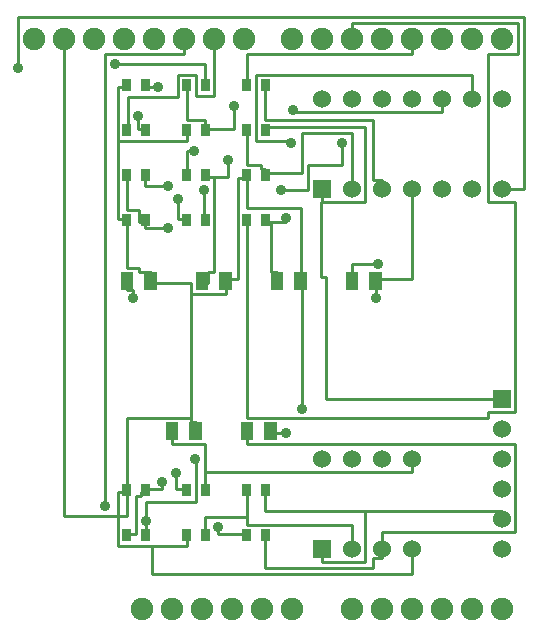
<source format=gbr>
G04 start of page 2 for group 0 idx 0 *
G04 Title: (unknown), layer1 *
G04 Creator: pcb 20091103 *
G04 CreationDate: Sat 12 Mar 2011 05:24:31 PM GMT UTC *
G04 For: jlamothe *
G04 Format: Gerber/RS-274X *
G04 PCB-Dimensions: 180000 210000 *
G04 PCB-Coordinate-Origin: lower left *
%MOIN*%
%FSLAX25Y25*%
%LNFRONT*%
%ADD11C,0.0100*%
%ADD12C,0.0200*%
%ADD13C,0.0600*%
%ADD14C,0.0750*%
%ADD15C,0.0360*%
%ADD16R,0.0430X0.0430*%
%ADD17R,0.0300X0.0300*%
%ADD18C,0.0380*%
%ADD19C,0.0300*%
%ADD20C,0.0280*%
G54D11*X92851Y68400D02*X87900D01*
X61349Y94362D02*Y73650D01*
X80000Y68400D02*Y64748D01*
X95100Y73651D02*X80000D01*
X95099D02*Y73397D01*
X40001Y40898D02*X19000D01*
X48500Y31000D02*Y21497D01*
X43100Y35000D02*X40000D01*
X46401D02*X46100D01*
X40000Y49000D02*Y40897D01*
X40001Y49000D02*X36999D01*
X40000Y73651D02*Y48999D01*
X51701Y50000D02*X46100D01*
X51700Y52046D02*Y49999D01*
X36999Y49000D02*Y30999D01*
X43099Y47500D02*Y34999D01*
X44601Y47500D02*X43099D01*
X44600Y49000D02*Y47499D01*
X46101Y49000D02*X44600D01*
X46400Y39300D02*Y34999D01*
X61350Y73651D02*X40000D01*
X66101Y57375D02*Y55499D01*
X46400Y45499D02*Y39299D01*
X63001Y45499D02*X46400D01*
X135001Y21498D02*X48500D01*
X60001Y31000D02*X36999D01*
X60000Y34000D02*Y30999D01*
X86100Y34000D02*Y23498D01*
X105000Y30000D02*Y25499D01*
X115001Y38001D02*X80000D01*
X122000Y23499D02*X86100D01*
X121999Y27002D02*Y23498D01*
X125001Y27002D02*X121999D01*
X125000Y30000D02*Y27001D01*
X119501Y25500D02*X105000D01*
X135001Y55500D02*X66101D01*
X169501Y64749D02*X80000D01*
X135000Y60000D02*Y55499D01*
Y30000D02*Y21497D01*
X115000Y38001D02*Y29999D01*
X125000Y35500D02*Y29999D01*
X125551Y42602D02*X119500D01*
Y25499D01*
X86100Y49000D02*Y42601D01*
X169501Y35500D02*X125000D01*
X165001Y42602D02*X86100D01*
X165000D02*Y39999D01*
X169500Y64749D02*Y35499D01*
X160500Y73398D02*X95099D01*
X160499Y75500D02*Y73397D01*
X169501Y75500D02*X160499D01*
X165001Y80000D02*X106398D01*
X66102Y50000D02*X66100D01*
X66101Y64750D02*Y49999D01*
X60001Y50000D02*X56301D01*
Y55346D02*Y49999D01*
X63000Y59947D02*Y45498D01*
X80000Y44800D02*Y38000D01*
Y49000D02*Y40600D01*
X80001Y40601D02*X66100D01*
Y33999D01*
X80001Y35000D02*X70400D01*
Y37300D02*Y34999D01*
X66102Y64750D02*X55000D01*
Y68400D02*Y64749D01*
X63001Y59947D02*X62801D01*
X135001Y120000D02*X122900D01*
X135000Y150000D02*Y119999D01*
X169500Y145500D02*Y75499D01*
X169501Y145500D02*X160499D01*
X98401Y118400D02*X97900D01*
X98400D02*Y76697D01*
X97900Y143499D02*Y118399D01*
X80000Y139000D02*Y73650D01*
X100500Y149700D02*X91300D01*
X112251Y145500D02*X104748D01*
X122900Y118400D02*Y113449D01*
X123801Y124950D02*X115000D01*
Y118399D01*
X104748Y145500D02*Y120400D01*
X106399Y120401D02*X104748D01*
X119501Y145500D02*X105000D01*
X106398Y120401D02*Y79999D01*
X105000Y150000D02*Y145499D01*
X19000Y200000D02*Y40897D01*
X32697Y194750D02*Y44198D01*
X36999Y166000D02*Y161999D01*
X40001Y140000D02*X36999D01*
Y184000D02*Y139999D01*
X40001Y184000D02*X36999D01*
X40000Y139000D02*Y123650D01*
Y154000D02*Y143000D01*
X60001Y166000D02*X36999D01*
X46100Y139000D02*Y136896D01*
X53703Y136897D02*X46100D01*
X46101Y139000D02*X44099D01*
X60001Y140000D02*X57003D01*
Y146398D02*Y139999D01*
X53703Y150999D02*X46100D01*
X44100Y143001D02*X40000D01*
X44099D02*Y138999D01*
X46100Y154000D02*Y150998D01*
X57000Y180699D02*X40497D01*
X60000Y162699D02*Y154999D01*
Y169000D02*Y165999D01*
X61349Y116575D02*Y72148D01*
X62901Y72149D02*X61349D01*
X62900D02*Y68399D01*
X61349Y118400D02*Y114749D01*
X62502Y162699D02*X60000D01*
X61350Y118400D02*X47900D01*
Y122151D02*Y118399D01*
X44100Y123651D02*X40000D01*
X44099D02*Y122150D01*
X47901Y122151D02*X44099D01*
X42150Y116252D02*Y113449D01*
X42151Y116252D02*X40000D01*
Y118400D02*Y116251D01*
X46101Y170000D02*X43798D01*
Y174300D02*Y169999D01*
X60000Y184000D02*Y173000D01*
X40498Y170000D02*X40000D01*
X40497Y180699D02*Y169999D01*
X50401Y184000D02*X46100D01*
X59001Y194750D02*X32697D01*
X59000Y200000D02*Y194749D01*
X66101Y191448D02*X35998D01*
X3749Y207252D02*Y190147D01*
X56999Y188001D02*Y180698D01*
X63100Y188001D02*X56999D01*
X63099D02*Y180999D01*
X94601Y166000D02*Y165198D01*
X115002Y168500D02*X98498D01*
X94602Y166000D02*X83099D01*
Y188001D02*Y165999D01*
X75700Y177699D02*Y169999D01*
X86100Y184000D02*Y173000D01*
Y170501D02*Y169999D01*
X155001Y188001D02*X83099D01*
X155000D02*Y179999D01*
X69101Y181000D02*X63099D01*
X135001Y194750D02*X80000D01*
X66100Y191448D02*Y184999D01*
X172252Y207252D02*X3749D01*
X95198Y176301D02*Y175499D01*
X145001Y175500D02*X95198D01*
X122000Y173001D02*X86100D01*
X119501Y170501D02*X86100D01*
X80000Y154000D02*Y143498D01*
X97901Y143499D02*X80000D01*
X92951Y139000D02*X86975D01*
X92950Y140198D02*Y138999D01*
X87850Y139000D02*X86100D01*
X98499Y155250D02*X86100D01*
X77000Y120000D02*X72900D01*
X72901Y114750D02*X61349D01*
X72900Y118400D02*Y114749D01*
X67150Y118400D02*X65000D01*
X69103Y154000D02*Y122150D01*
X66101Y140000D02*X65802D01*
Y149700D02*Y139999D01*
X69104Y122151D02*X67149D01*
Y118399D01*
X76999Y153501D02*Y119999D01*
X87849Y139000D02*Y122148D01*
X90001Y122149D02*X87849D01*
X90000D02*Y118399D01*
X80001Y153501D02*X76999D01*
X80000Y154000D02*Y153500D01*
X73700Y154000D02*X67602D01*
X73699Y159398D02*Y153999D01*
X69104Y154000D02*X66100D01*
X69100Y196252D02*Y180999D01*
X69101Y196252D02*X69000D01*
Y200000D02*Y196251D01*
X80000Y194750D02*Y184999D01*
X75701Y170000D02*X66100D01*
X66101Y173001D02*X60000D01*
X66100D02*Y168999D01*
X98498Y168500D02*Y155249D01*
X100499Y157897D02*Y149699D01*
X115001Y168500D02*Y152999D01*
X121999Y173001D02*Y152999D01*
X111700Y165199D02*Y157896D01*
X115002Y153000D02*X115000D01*
Y149999D01*
X125001Y153000D02*X121999D01*
X125000D02*Y149999D01*
X80000Y169000D02*Y158000D01*
X84600Y158001D02*X80000D01*
X84599D02*Y156499D01*
X86101Y156500D02*X84599D01*
X86100D02*Y153999D01*
X111701Y157897D02*X100499D01*
X145000Y180000D02*Y175499D01*
X160499Y194750D02*Y145499D01*
X170251Y194750D02*X160499D01*
X170250Y205251D02*Y194749D01*
X170251Y205251D02*X115000D01*
Y199999D01*
X135000Y200000D02*Y194749D01*
X172251Y207252D02*Y149999D01*
X172252Y150000D02*X165000D01*
X119500Y170501D02*Y145499D01*
G54D12*G36*
X162000Y83000D02*Y77000D01*
X168000D01*
Y83000D01*
X162000D01*
G37*
G54D13*X165000Y70000D03*
Y60000D03*
Y50000D03*
Y40000D03*
Y30000D03*
G54D14*Y10000D03*
X155000D03*
G54D13*X135000Y60000D03*
X125000D03*
X115000D03*
X105000D03*
G54D12*G36*
X102000Y153000D02*Y147000D01*
X108000D01*
Y153000D01*
X102000D01*
G37*
G54D13*X105000Y180000D03*
X115000Y150000D03*
Y180000D03*
X125000Y150000D03*
Y180000D03*
G54D14*X145000Y10000D03*
X135000D03*
X125000D03*
X115000D03*
X95000D03*
X85000D03*
X75000D03*
X65000D03*
X55000D03*
X45000D03*
G54D12*G36*
X102000Y33000D02*Y27000D01*
X108000D01*
Y33000D01*
X102000D01*
G37*
G54D13*X115000Y30000D03*
X125000D03*
X135000D03*
Y150000D03*
Y180000D03*
X145000Y150000D03*
X155000D03*
X165000D03*
Y180000D03*
X155000D03*
X145000D03*
G54D14*X165000Y200000D03*
X155000D03*
X145000D03*
X135000D03*
X125000D03*
X115000D03*
X105000D03*
X95000D03*
X79000D03*
X69000D03*
X59000D03*
X49000D03*
X39000D03*
X29000D03*
X19000D03*
X9000D03*
G54D15*X122900Y113450D03*
X98400Y76698D03*
X92850Y68400D03*
X123800Y124950D03*
X94601Y165199D03*
X95198Y176301D03*
X92950Y140198D03*
X91300Y149700D03*
X111700Y165199D03*
X57003Y146398D03*
X62501Y162699D03*
X65802Y149700D03*
X50400Y184000D03*
X35998Y191448D03*
X3749Y190148D03*
X73699Y159398D03*
X75700Y177699D03*
X70400Y37300D03*
X53702Y136897D03*
X42150Y113450D03*
X43798Y174300D03*
X46400Y39300D03*
X53702Y150999D03*
X51700Y52046D03*
X56301Y55346D03*
X32697Y44199D03*
X62801Y59947D03*
G54D16*X65000Y120000D02*Y118400D01*
X72900Y120000D02*Y118400D01*
X90000Y120000D02*Y118400D01*
G54D17*X80000Y140000D02*Y139000D01*
X86100Y140000D02*Y139000D01*
G54D16*X97900Y120000D02*Y118400D01*
X40000Y120000D02*Y118400D01*
G54D17*Y140000D02*Y139000D01*
X46100Y140000D02*Y139000D01*
X60000Y140000D02*Y139000D01*
X66100Y140000D02*Y139000D01*
G54D16*X47900Y120000D02*Y118400D01*
X115000Y120000D02*Y118400D01*
X122900Y120000D02*Y118400D01*
G54D17*X60000Y155000D02*Y154000D01*
X66100Y155000D02*Y154000D01*
X60000Y170000D02*Y169000D01*
X66100Y170000D02*Y169000D01*
X60000Y185000D02*Y184000D01*
X66100Y185000D02*Y184000D01*
X80000Y155000D02*Y154000D01*
X86100Y155000D02*Y154000D01*
X80000Y170000D02*Y169000D01*
X86100Y170000D02*Y169000D01*
X80000Y185000D02*Y184000D01*
X86100Y185000D02*Y184000D01*
X40000Y170000D02*Y169000D01*
Y185000D02*Y184000D01*
Y155000D02*Y154000D01*
Y35000D02*Y34000D01*
Y50000D02*Y49000D01*
X46100Y170000D02*Y169000D01*
Y185000D02*Y184000D01*
Y155000D02*Y154000D01*
Y35000D02*Y34000D01*
G54D16*X55000Y70000D02*Y68400D01*
G54D17*X46100Y50000D02*Y49000D01*
G54D16*X62900Y70000D02*Y68400D01*
X80000Y70000D02*Y68400D01*
X87900Y70000D02*Y68400D01*
G54D17*X60000Y50000D02*Y49000D01*
X66100Y50000D02*Y49000D01*
X80000Y50000D02*Y49000D01*
X86100Y50000D02*Y49000D01*
X60000Y35000D02*Y34000D01*
X66100Y35000D02*Y34000D01*
X80000Y35000D02*Y34000D01*
X86100Y35000D02*Y34000D01*
G54D18*G54D19*G54D20*G54D19*G54D20*G54D19*G54D12*M02*

</source>
